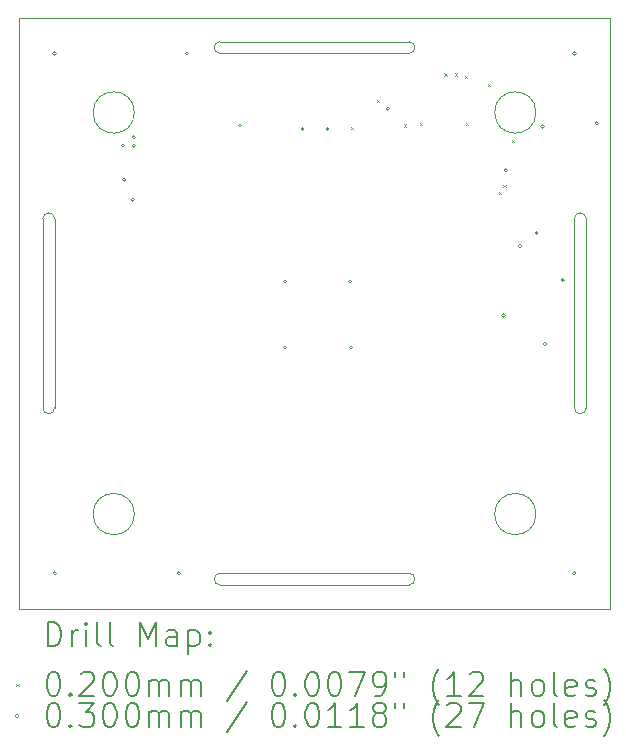
<source format=gbr>
%TF.GenerationSoftware,KiCad,Pcbnew,7.0.2*%
%TF.CreationDate,2023-06-06T15:18:02-04:00*%
%TF.ProjectId,TopExternalFaceRev1,546f7045-7874-4657-926e-616c46616365,rev?*%
%TF.SameCoordinates,Original*%
%TF.FileFunction,Drillmap*%
%TF.FilePolarity,Positive*%
%FSLAX45Y45*%
G04 Gerber Fmt 4.5, Leading zero omitted, Abs format (unit mm)*
G04 Created by KiCad (PCBNEW 7.0.2) date 2023-06-06 15:18:02*
%MOMM*%
%LPD*%
G01*
G04 APERTURE LIST*
%ADD10C,0.100000*%
%ADD11C,0.200000*%
%ADD12C,0.020000*%
%ADD13C,0.030000*%
G04 APERTURE END LIST*
D10*
X14700000Y-11700000D02*
X14700000Y-12500000D01*
X10300000Y-11700000D02*
G75*
G03*
X10200000Y-11700000I-50000J0D01*
G01*
X12500000Y-10300000D02*
X13300000Y-10300000D01*
X13300000Y-14800000D02*
G75*
G03*
X13300000Y-14700000I0J50000D01*
G01*
X12500000Y-14700000D02*
X11700000Y-14700000D01*
X11700000Y-10300000D02*
X12500000Y-10300000D01*
X14375000Y-14200000D02*
G75*
G03*
X14375000Y-14200000I-175000J0D01*
G01*
X12500000Y-14800000D02*
X13300000Y-14800000D01*
X11700000Y-14700000D02*
G75*
G03*
X11700000Y-14800000I0J-50000D01*
G01*
X11700000Y-14800000D02*
X12500000Y-14800000D01*
X10200000Y-12500000D02*
X10200000Y-13300000D01*
X11700000Y-10200000D02*
G75*
G03*
X11700000Y-10300000I0J-50000D01*
G01*
X14700000Y-12500000D02*
X14700000Y-13300000D01*
X14800000Y-11700000D02*
G75*
G03*
X14700000Y-11700000I-50000J0D01*
G01*
X10300000Y-13300000D02*
X10300000Y-12500000D01*
X15000000Y-15000000D02*
X10000000Y-15000000D01*
X10975000Y-14200000D02*
G75*
G03*
X10975000Y-14200000I-175000J0D01*
G01*
X14800000Y-12500000D02*
X14800000Y-11700000D01*
X15000000Y-10000000D02*
X15000000Y-15000000D01*
X10000000Y-15000000D02*
X10000000Y-10000000D01*
X14700000Y-13300000D02*
G75*
G03*
X14800000Y-13300000I50000J0D01*
G01*
X10200000Y-11700000D02*
X10200000Y-12500000D01*
X10200000Y-13300000D02*
G75*
G03*
X10300000Y-13300000I50000J0D01*
G01*
X13300000Y-10300000D02*
G75*
G03*
X13300000Y-10200000I0J50000D01*
G01*
X10975000Y-10800000D02*
G75*
G03*
X10975000Y-10800000I-175000J0D01*
G01*
X10300000Y-12500000D02*
X10300000Y-11700000D01*
X14375000Y-10800000D02*
G75*
G03*
X14375000Y-10800000I-175000J0D01*
G01*
X13300000Y-14700000D02*
X12500000Y-14700000D01*
X10000000Y-10000000D02*
X15000000Y-10000000D01*
X14800000Y-13300000D02*
X14800000Y-12500000D01*
X12500000Y-10200000D02*
X11700000Y-10200000D01*
X13300000Y-10200000D02*
X12500000Y-10200000D01*
D11*
D12*
X12810000Y-10920000D02*
X12830000Y-10940000D01*
X12830000Y-10920000D02*
X12810000Y-10940000D01*
X13025000Y-10695000D02*
X13045000Y-10715000D01*
X13045000Y-10695000D02*
X13025000Y-10715000D01*
X13255000Y-10900000D02*
X13275000Y-10920000D01*
X13275000Y-10900000D02*
X13255000Y-10920000D01*
X13390000Y-10890000D02*
X13410000Y-10910000D01*
X13410000Y-10890000D02*
X13390000Y-10910000D01*
X13600000Y-10470000D02*
X13620000Y-10490000D01*
X13620000Y-10470000D02*
X13600000Y-10490000D01*
X13690000Y-10470000D02*
X13710000Y-10490000D01*
X13710000Y-10470000D02*
X13690000Y-10490000D01*
X13770000Y-10490000D02*
X13790000Y-10510000D01*
X13790000Y-10490000D02*
X13770000Y-10510000D01*
X13780000Y-10890000D02*
X13800000Y-10910000D01*
X13800000Y-10890000D02*
X13780000Y-10910000D01*
X13970000Y-10560000D02*
X13990000Y-10580000D01*
X13990000Y-10560000D02*
X13970000Y-10580000D01*
X14060000Y-11470000D02*
X14080000Y-11490000D01*
X14080000Y-11470000D02*
X14060000Y-11490000D01*
X14100000Y-11410000D02*
X14120000Y-11430000D01*
X14120000Y-11410000D02*
X14100000Y-11430000D01*
X14170000Y-11030000D02*
X14190000Y-11050000D01*
X14190000Y-11030000D02*
X14170000Y-11050000D01*
D13*
X10315000Y-10300000D02*
G75*
G03*
X10315000Y-10300000I-15000J0D01*
G01*
X10315000Y-14700000D02*
G75*
G03*
X10315000Y-14700000I-15000J0D01*
G01*
X10895000Y-11080000D02*
G75*
G03*
X10895000Y-11080000I-15000J0D01*
G01*
X10905000Y-11370000D02*
G75*
G03*
X10905000Y-11370000I-15000J0D01*
G01*
X10975000Y-11540000D02*
G75*
G03*
X10975000Y-11540000I-15000J0D01*
G01*
X10985000Y-11010000D02*
G75*
G03*
X10985000Y-11010000I-15000J0D01*
G01*
X10985000Y-11080000D02*
G75*
G03*
X10985000Y-11080000I-15000J0D01*
G01*
X11365000Y-14700000D02*
G75*
G03*
X11365000Y-14700000I-15000J0D01*
G01*
X11435000Y-10300000D02*
G75*
G03*
X11435000Y-10300000I-15000J0D01*
G01*
X11885000Y-10910000D02*
G75*
G03*
X11885000Y-10910000I-15000J0D01*
G01*
X12265000Y-12230000D02*
G75*
G03*
X12265000Y-12230000I-15000J0D01*
G01*
X12265000Y-12790000D02*
G75*
G03*
X12265000Y-12790000I-15000J0D01*
G01*
X12415000Y-10940000D02*
G75*
G03*
X12415000Y-10940000I-15000J0D01*
G01*
X12625000Y-10940000D02*
G75*
G03*
X12625000Y-10940000I-15000J0D01*
G01*
X12815000Y-12230000D02*
G75*
G03*
X12815000Y-12230000I-15000J0D01*
G01*
X12825000Y-12790000D02*
G75*
G03*
X12825000Y-12790000I-15000J0D01*
G01*
X13135000Y-10770000D02*
G75*
G03*
X13135000Y-10770000I-15000J0D01*
G01*
X14115000Y-12520000D02*
G75*
G03*
X14115000Y-12520000I-15000J0D01*
G01*
X14135000Y-11290000D02*
G75*
G03*
X14135000Y-11290000I-15000J0D01*
G01*
X14255000Y-11930000D02*
G75*
G03*
X14255000Y-11930000I-15000J0D01*
G01*
X14395000Y-11820000D02*
G75*
G03*
X14395000Y-11820000I-15000J0D01*
G01*
X14445000Y-10920000D02*
G75*
G03*
X14445000Y-10920000I-15000J0D01*
G01*
X14465000Y-12760000D02*
G75*
G03*
X14465000Y-12760000I-15000J0D01*
G01*
X14615000Y-12220000D02*
G75*
G03*
X14615000Y-12220000I-15000J0D01*
G01*
X14715000Y-10300000D02*
G75*
G03*
X14715000Y-10300000I-15000J0D01*
G01*
X14715000Y-14700000D02*
G75*
G03*
X14715000Y-14700000I-15000J0D01*
G01*
X14905000Y-10890000D02*
G75*
G03*
X14905000Y-10890000I-15000J0D01*
G01*
D11*
X10242619Y-15317524D02*
X10242619Y-15117524D01*
X10242619Y-15117524D02*
X10290238Y-15117524D01*
X10290238Y-15117524D02*
X10318810Y-15127048D01*
X10318810Y-15127048D02*
X10337857Y-15146095D01*
X10337857Y-15146095D02*
X10347381Y-15165143D01*
X10347381Y-15165143D02*
X10356905Y-15203238D01*
X10356905Y-15203238D02*
X10356905Y-15231809D01*
X10356905Y-15231809D02*
X10347381Y-15269905D01*
X10347381Y-15269905D02*
X10337857Y-15288952D01*
X10337857Y-15288952D02*
X10318810Y-15308000D01*
X10318810Y-15308000D02*
X10290238Y-15317524D01*
X10290238Y-15317524D02*
X10242619Y-15317524D01*
X10442619Y-15317524D02*
X10442619Y-15184190D01*
X10442619Y-15222286D02*
X10452143Y-15203238D01*
X10452143Y-15203238D02*
X10461667Y-15193714D01*
X10461667Y-15193714D02*
X10480714Y-15184190D01*
X10480714Y-15184190D02*
X10499762Y-15184190D01*
X10566429Y-15317524D02*
X10566429Y-15184190D01*
X10566429Y-15117524D02*
X10556905Y-15127048D01*
X10556905Y-15127048D02*
X10566429Y-15136571D01*
X10566429Y-15136571D02*
X10575952Y-15127048D01*
X10575952Y-15127048D02*
X10566429Y-15117524D01*
X10566429Y-15117524D02*
X10566429Y-15136571D01*
X10690238Y-15317524D02*
X10671190Y-15308000D01*
X10671190Y-15308000D02*
X10661667Y-15288952D01*
X10661667Y-15288952D02*
X10661667Y-15117524D01*
X10795000Y-15317524D02*
X10775952Y-15308000D01*
X10775952Y-15308000D02*
X10766429Y-15288952D01*
X10766429Y-15288952D02*
X10766429Y-15117524D01*
X11023571Y-15317524D02*
X11023571Y-15117524D01*
X11023571Y-15117524D02*
X11090238Y-15260381D01*
X11090238Y-15260381D02*
X11156905Y-15117524D01*
X11156905Y-15117524D02*
X11156905Y-15317524D01*
X11337857Y-15317524D02*
X11337857Y-15212762D01*
X11337857Y-15212762D02*
X11328333Y-15193714D01*
X11328333Y-15193714D02*
X11309286Y-15184190D01*
X11309286Y-15184190D02*
X11271190Y-15184190D01*
X11271190Y-15184190D02*
X11252143Y-15193714D01*
X11337857Y-15308000D02*
X11318809Y-15317524D01*
X11318809Y-15317524D02*
X11271190Y-15317524D01*
X11271190Y-15317524D02*
X11252143Y-15308000D01*
X11252143Y-15308000D02*
X11242619Y-15288952D01*
X11242619Y-15288952D02*
X11242619Y-15269905D01*
X11242619Y-15269905D02*
X11252143Y-15250857D01*
X11252143Y-15250857D02*
X11271190Y-15241333D01*
X11271190Y-15241333D02*
X11318809Y-15241333D01*
X11318809Y-15241333D02*
X11337857Y-15231809D01*
X11433095Y-15184190D02*
X11433095Y-15384190D01*
X11433095Y-15193714D02*
X11452143Y-15184190D01*
X11452143Y-15184190D02*
X11490238Y-15184190D01*
X11490238Y-15184190D02*
X11509286Y-15193714D01*
X11509286Y-15193714D02*
X11518809Y-15203238D01*
X11518809Y-15203238D02*
X11528333Y-15222286D01*
X11528333Y-15222286D02*
X11528333Y-15279428D01*
X11528333Y-15279428D02*
X11518809Y-15298476D01*
X11518809Y-15298476D02*
X11509286Y-15308000D01*
X11509286Y-15308000D02*
X11490238Y-15317524D01*
X11490238Y-15317524D02*
X11452143Y-15317524D01*
X11452143Y-15317524D02*
X11433095Y-15308000D01*
X11614048Y-15298476D02*
X11623571Y-15308000D01*
X11623571Y-15308000D02*
X11614048Y-15317524D01*
X11614048Y-15317524D02*
X11604524Y-15308000D01*
X11604524Y-15308000D02*
X11614048Y-15298476D01*
X11614048Y-15298476D02*
X11614048Y-15317524D01*
X11614048Y-15193714D02*
X11623571Y-15203238D01*
X11623571Y-15203238D02*
X11614048Y-15212762D01*
X11614048Y-15212762D02*
X11604524Y-15203238D01*
X11604524Y-15203238D02*
X11614048Y-15193714D01*
X11614048Y-15193714D02*
X11614048Y-15212762D01*
D12*
X9975000Y-15635000D02*
X9995000Y-15655000D01*
X9995000Y-15635000D02*
X9975000Y-15655000D01*
D11*
X10280714Y-15537524D02*
X10299762Y-15537524D01*
X10299762Y-15537524D02*
X10318810Y-15547048D01*
X10318810Y-15547048D02*
X10328333Y-15556571D01*
X10328333Y-15556571D02*
X10337857Y-15575619D01*
X10337857Y-15575619D02*
X10347381Y-15613714D01*
X10347381Y-15613714D02*
X10347381Y-15661333D01*
X10347381Y-15661333D02*
X10337857Y-15699428D01*
X10337857Y-15699428D02*
X10328333Y-15718476D01*
X10328333Y-15718476D02*
X10318810Y-15728000D01*
X10318810Y-15728000D02*
X10299762Y-15737524D01*
X10299762Y-15737524D02*
X10280714Y-15737524D01*
X10280714Y-15737524D02*
X10261667Y-15728000D01*
X10261667Y-15728000D02*
X10252143Y-15718476D01*
X10252143Y-15718476D02*
X10242619Y-15699428D01*
X10242619Y-15699428D02*
X10233095Y-15661333D01*
X10233095Y-15661333D02*
X10233095Y-15613714D01*
X10233095Y-15613714D02*
X10242619Y-15575619D01*
X10242619Y-15575619D02*
X10252143Y-15556571D01*
X10252143Y-15556571D02*
X10261667Y-15547048D01*
X10261667Y-15547048D02*
X10280714Y-15537524D01*
X10433095Y-15718476D02*
X10442619Y-15728000D01*
X10442619Y-15728000D02*
X10433095Y-15737524D01*
X10433095Y-15737524D02*
X10423571Y-15728000D01*
X10423571Y-15728000D02*
X10433095Y-15718476D01*
X10433095Y-15718476D02*
X10433095Y-15737524D01*
X10518810Y-15556571D02*
X10528333Y-15547048D01*
X10528333Y-15547048D02*
X10547381Y-15537524D01*
X10547381Y-15537524D02*
X10595000Y-15537524D01*
X10595000Y-15537524D02*
X10614048Y-15547048D01*
X10614048Y-15547048D02*
X10623571Y-15556571D01*
X10623571Y-15556571D02*
X10633095Y-15575619D01*
X10633095Y-15575619D02*
X10633095Y-15594667D01*
X10633095Y-15594667D02*
X10623571Y-15623238D01*
X10623571Y-15623238D02*
X10509286Y-15737524D01*
X10509286Y-15737524D02*
X10633095Y-15737524D01*
X10756905Y-15537524D02*
X10775952Y-15537524D01*
X10775952Y-15537524D02*
X10795000Y-15547048D01*
X10795000Y-15547048D02*
X10804524Y-15556571D01*
X10804524Y-15556571D02*
X10814048Y-15575619D01*
X10814048Y-15575619D02*
X10823571Y-15613714D01*
X10823571Y-15613714D02*
X10823571Y-15661333D01*
X10823571Y-15661333D02*
X10814048Y-15699428D01*
X10814048Y-15699428D02*
X10804524Y-15718476D01*
X10804524Y-15718476D02*
X10795000Y-15728000D01*
X10795000Y-15728000D02*
X10775952Y-15737524D01*
X10775952Y-15737524D02*
X10756905Y-15737524D01*
X10756905Y-15737524D02*
X10737857Y-15728000D01*
X10737857Y-15728000D02*
X10728333Y-15718476D01*
X10728333Y-15718476D02*
X10718810Y-15699428D01*
X10718810Y-15699428D02*
X10709286Y-15661333D01*
X10709286Y-15661333D02*
X10709286Y-15613714D01*
X10709286Y-15613714D02*
X10718810Y-15575619D01*
X10718810Y-15575619D02*
X10728333Y-15556571D01*
X10728333Y-15556571D02*
X10737857Y-15547048D01*
X10737857Y-15547048D02*
X10756905Y-15537524D01*
X10947381Y-15537524D02*
X10966429Y-15537524D01*
X10966429Y-15537524D02*
X10985476Y-15547048D01*
X10985476Y-15547048D02*
X10995000Y-15556571D01*
X10995000Y-15556571D02*
X11004524Y-15575619D01*
X11004524Y-15575619D02*
X11014048Y-15613714D01*
X11014048Y-15613714D02*
X11014048Y-15661333D01*
X11014048Y-15661333D02*
X11004524Y-15699428D01*
X11004524Y-15699428D02*
X10995000Y-15718476D01*
X10995000Y-15718476D02*
X10985476Y-15728000D01*
X10985476Y-15728000D02*
X10966429Y-15737524D01*
X10966429Y-15737524D02*
X10947381Y-15737524D01*
X10947381Y-15737524D02*
X10928333Y-15728000D01*
X10928333Y-15728000D02*
X10918810Y-15718476D01*
X10918810Y-15718476D02*
X10909286Y-15699428D01*
X10909286Y-15699428D02*
X10899762Y-15661333D01*
X10899762Y-15661333D02*
X10899762Y-15613714D01*
X10899762Y-15613714D02*
X10909286Y-15575619D01*
X10909286Y-15575619D02*
X10918810Y-15556571D01*
X10918810Y-15556571D02*
X10928333Y-15547048D01*
X10928333Y-15547048D02*
X10947381Y-15537524D01*
X11099762Y-15737524D02*
X11099762Y-15604190D01*
X11099762Y-15623238D02*
X11109286Y-15613714D01*
X11109286Y-15613714D02*
X11128333Y-15604190D01*
X11128333Y-15604190D02*
X11156905Y-15604190D01*
X11156905Y-15604190D02*
X11175952Y-15613714D01*
X11175952Y-15613714D02*
X11185476Y-15632762D01*
X11185476Y-15632762D02*
X11185476Y-15737524D01*
X11185476Y-15632762D02*
X11195000Y-15613714D01*
X11195000Y-15613714D02*
X11214048Y-15604190D01*
X11214048Y-15604190D02*
X11242619Y-15604190D01*
X11242619Y-15604190D02*
X11261667Y-15613714D01*
X11261667Y-15613714D02*
X11271190Y-15632762D01*
X11271190Y-15632762D02*
X11271190Y-15737524D01*
X11366429Y-15737524D02*
X11366429Y-15604190D01*
X11366429Y-15623238D02*
X11375952Y-15613714D01*
X11375952Y-15613714D02*
X11395000Y-15604190D01*
X11395000Y-15604190D02*
X11423571Y-15604190D01*
X11423571Y-15604190D02*
X11442619Y-15613714D01*
X11442619Y-15613714D02*
X11452143Y-15632762D01*
X11452143Y-15632762D02*
X11452143Y-15737524D01*
X11452143Y-15632762D02*
X11461667Y-15613714D01*
X11461667Y-15613714D02*
X11480714Y-15604190D01*
X11480714Y-15604190D02*
X11509286Y-15604190D01*
X11509286Y-15604190D02*
X11528333Y-15613714D01*
X11528333Y-15613714D02*
X11537857Y-15632762D01*
X11537857Y-15632762D02*
X11537857Y-15737524D01*
X11928333Y-15528000D02*
X11756905Y-15785143D01*
X12185476Y-15537524D02*
X12204524Y-15537524D01*
X12204524Y-15537524D02*
X12223572Y-15547048D01*
X12223572Y-15547048D02*
X12233095Y-15556571D01*
X12233095Y-15556571D02*
X12242619Y-15575619D01*
X12242619Y-15575619D02*
X12252143Y-15613714D01*
X12252143Y-15613714D02*
X12252143Y-15661333D01*
X12252143Y-15661333D02*
X12242619Y-15699428D01*
X12242619Y-15699428D02*
X12233095Y-15718476D01*
X12233095Y-15718476D02*
X12223572Y-15728000D01*
X12223572Y-15728000D02*
X12204524Y-15737524D01*
X12204524Y-15737524D02*
X12185476Y-15737524D01*
X12185476Y-15737524D02*
X12166429Y-15728000D01*
X12166429Y-15728000D02*
X12156905Y-15718476D01*
X12156905Y-15718476D02*
X12147381Y-15699428D01*
X12147381Y-15699428D02*
X12137857Y-15661333D01*
X12137857Y-15661333D02*
X12137857Y-15613714D01*
X12137857Y-15613714D02*
X12147381Y-15575619D01*
X12147381Y-15575619D02*
X12156905Y-15556571D01*
X12156905Y-15556571D02*
X12166429Y-15547048D01*
X12166429Y-15547048D02*
X12185476Y-15537524D01*
X12337857Y-15718476D02*
X12347381Y-15728000D01*
X12347381Y-15728000D02*
X12337857Y-15737524D01*
X12337857Y-15737524D02*
X12328333Y-15728000D01*
X12328333Y-15728000D02*
X12337857Y-15718476D01*
X12337857Y-15718476D02*
X12337857Y-15737524D01*
X12471191Y-15537524D02*
X12490238Y-15537524D01*
X12490238Y-15537524D02*
X12509286Y-15547048D01*
X12509286Y-15547048D02*
X12518810Y-15556571D01*
X12518810Y-15556571D02*
X12528333Y-15575619D01*
X12528333Y-15575619D02*
X12537857Y-15613714D01*
X12537857Y-15613714D02*
X12537857Y-15661333D01*
X12537857Y-15661333D02*
X12528333Y-15699428D01*
X12528333Y-15699428D02*
X12518810Y-15718476D01*
X12518810Y-15718476D02*
X12509286Y-15728000D01*
X12509286Y-15728000D02*
X12490238Y-15737524D01*
X12490238Y-15737524D02*
X12471191Y-15737524D01*
X12471191Y-15737524D02*
X12452143Y-15728000D01*
X12452143Y-15728000D02*
X12442619Y-15718476D01*
X12442619Y-15718476D02*
X12433095Y-15699428D01*
X12433095Y-15699428D02*
X12423572Y-15661333D01*
X12423572Y-15661333D02*
X12423572Y-15613714D01*
X12423572Y-15613714D02*
X12433095Y-15575619D01*
X12433095Y-15575619D02*
X12442619Y-15556571D01*
X12442619Y-15556571D02*
X12452143Y-15547048D01*
X12452143Y-15547048D02*
X12471191Y-15537524D01*
X12661667Y-15537524D02*
X12680714Y-15537524D01*
X12680714Y-15537524D02*
X12699762Y-15547048D01*
X12699762Y-15547048D02*
X12709286Y-15556571D01*
X12709286Y-15556571D02*
X12718810Y-15575619D01*
X12718810Y-15575619D02*
X12728333Y-15613714D01*
X12728333Y-15613714D02*
X12728333Y-15661333D01*
X12728333Y-15661333D02*
X12718810Y-15699428D01*
X12718810Y-15699428D02*
X12709286Y-15718476D01*
X12709286Y-15718476D02*
X12699762Y-15728000D01*
X12699762Y-15728000D02*
X12680714Y-15737524D01*
X12680714Y-15737524D02*
X12661667Y-15737524D01*
X12661667Y-15737524D02*
X12642619Y-15728000D01*
X12642619Y-15728000D02*
X12633095Y-15718476D01*
X12633095Y-15718476D02*
X12623572Y-15699428D01*
X12623572Y-15699428D02*
X12614048Y-15661333D01*
X12614048Y-15661333D02*
X12614048Y-15613714D01*
X12614048Y-15613714D02*
X12623572Y-15575619D01*
X12623572Y-15575619D02*
X12633095Y-15556571D01*
X12633095Y-15556571D02*
X12642619Y-15547048D01*
X12642619Y-15547048D02*
X12661667Y-15537524D01*
X12795000Y-15537524D02*
X12928333Y-15537524D01*
X12928333Y-15537524D02*
X12842619Y-15737524D01*
X13014048Y-15737524D02*
X13052143Y-15737524D01*
X13052143Y-15737524D02*
X13071191Y-15728000D01*
X13071191Y-15728000D02*
X13080714Y-15718476D01*
X13080714Y-15718476D02*
X13099762Y-15689905D01*
X13099762Y-15689905D02*
X13109286Y-15651809D01*
X13109286Y-15651809D02*
X13109286Y-15575619D01*
X13109286Y-15575619D02*
X13099762Y-15556571D01*
X13099762Y-15556571D02*
X13090238Y-15547048D01*
X13090238Y-15547048D02*
X13071191Y-15537524D01*
X13071191Y-15537524D02*
X13033095Y-15537524D01*
X13033095Y-15537524D02*
X13014048Y-15547048D01*
X13014048Y-15547048D02*
X13004524Y-15556571D01*
X13004524Y-15556571D02*
X12995000Y-15575619D01*
X12995000Y-15575619D02*
X12995000Y-15623238D01*
X12995000Y-15623238D02*
X13004524Y-15642286D01*
X13004524Y-15642286D02*
X13014048Y-15651809D01*
X13014048Y-15651809D02*
X13033095Y-15661333D01*
X13033095Y-15661333D02*
X13071191Y-15661333D01*
X13071191Y-15661333D02*
X13090238Y-15651809D01*
X13090238Y-15651809D02*
X13099762Y-15642286D01*
X13099762Y-15642286D02*
X13109286Y-15623238D01*
X13185476Y-15537524D02*
X13185476Y-15575619D01*
X13261667Y-15537524D02*
X13261667Y-15575619D01*
X13556905Y-15813714D02*
X13547381Y-15804190D01*
X13547381Y-15804190D02*
X13528334Y-15775619D01*
X13528334Y-15775619D02*
X13518810Y-15756571D01*
X13518810Y-15756571D02*
X13509286Y-15728000D01*
X13509286Y-15728000D02*
X13499762Y-15680381D01*
X13499762Y-15680381D02*
X13499762Y-15642286D01*
X13499762Y-15642286D02*
X13509286Y-15594667D01*
X13509286Y-15594667D02*
X13518810Y-15566095D01*
X13518810Y-15566095D02*
X13528334Y-15547048D01*
X13528334Y-15547048D02*
X13547381Y-15518476D01*
X13547381Y-15518476D02*
X13556905Y-15508952D01*
X13737857Y-15737524D02*
X13623572Y-15737524D01*
X13680714Y-15737524D02*
X13680714Y-15537524D01*
X13680714Y-15537524D02*
X13661667Y-15566095D01*
X13661667Y-15566095D02*
X13642619Y-15585143D01*
X13642619Y-15585143D02*
X13623572Y-15594667D01*
X13814048Y-15556571D02*
X13823572Y-15547048D01*
X13823572Y-15547048D02*
X13842619Y-15537524D01*
X13842619Y-15537524D02*
X13890238Y-15537524D01*
X13890238Y-15537524D02*
X13909286Y-15547048D01*
X13909286Y-15547048D02*
X13918810Y-15556571D01*
X13918810Y-15556571D02*
X13928334Y-15575619D01*
X13928334Y-15575619D02*
X13928334Y-15594667D01*
X13928334Y-15594667D02*
X13918810Y-15623238D01*
X13918810Y-15623238D02*
X13804524Y-15737524D01*
X13804524Y-15737524D02*
X13928334Y-15737524D01*
X14166429Y-15737524D02*
X14166429Y-15537524D01*
X14252143Y-15737524D02*
X14252143Y-15632762D01*
X14252143Y-15632762D02*
X14242619Y-15613714D01*
X14242619Y-15613714D02*
X14223572Y-15604190D01*
X14223572Y-15604190D02*
X14195000Y-15604190D01*
X14195000Y-15604190D02*
X14175953Y-15613714D01*
X14175953Y-15613714D02*
X14166429Y-15623238D01*
X14375953Y-15737524D02*
X14356905Y-15728000D01*
X14356905Y-15728000D02*
X14347381Y-15718476D01*
X14347381Y-15718476D02*
X14337857Y-15699428D01*
X14337857Y-15699428D02*
X14337857Y-15642286D01*
X14337857Y-15642286D02*
X14347381Y-15623238D01*
X14347381Y-15623238D02*
X14356905Y-15613714D01*
X14356905Y-15613714D02*
X14375953Y-15604190D01*
X14375953Y-15604190D02*
X14404524Y-15604190D01*
X14404524Y-15604190D02*
X14423572Y-15613714D01*
X14423572Y-15613714D02*
X14433096Y-15623238D01*
X14433096Y-15623238D02*
X14442619Y-15642286D01*
X14442619Y-15642286D02*
X14442619Y-15699428D01*
X14442619Y-15699428D02*
X14433096Y-15718476D01*
X14433096Y-15718476D02*
X14423572Y-15728000D01*
X14423572Y-15728000D02*
X14404524Y-15737524D01*
X14404524Y-15737524D02*
X14375953Y-15737524D01*
X14556905Y-15737524D02*
X14537857Y-15728000D01*
X14537857Y-15728000D02*
X14528334Y-15708952D01*
X14528334Y-15708952D02*
X14528334Y-15537524D01*
X14709286Y-15728000D02*
X14690238Y-15737524D01*
X14690238Y-15737524D02*
X14652143Y-15737524D01*
X14652143Y-15737524D02*
X14633096Y-15728000D01*
X14633096Y-15728000D02*
X14623572Y-15708952D01*
X14623572Y-15708952D02*
X14623572Y-15632762D01*
X14623572Y-15632762D02*
X14633096Y-15613714D01*
X14633096Y-15613714D02*
X14652143Y-15604190D01*
X14652143Y-15604190D02*
X14690238Y-15604190D01*
X14690238Y-15604190D02*
X14709286Y-15613714D01*
X14709286Y-15613714D02*
X14718810Y-15632762D01*
X14718810Y-15632762D02*
X14718810Y-15651809D01*
X14718810Y-15651809D02*
X14623572Y-15670857D01*
X14795000Y-15728000D02*
X14814048Y-15737524D01*
X14814048Y-15737524D02*
X14852143Y-15737524D01*
X14852143Y-15737524D02*
X14871191Y-15728000D01*
X14871191Y-15728000D02*
X14880715Y-15708952D01*
X14880715Y-15708952D02*
X14880715Y-15699428D01*
X14880715Y-15699428D02*
X14871191Y-15680381D01*
X14871191Y-15680381D02*
X14852143Y-15670857D01*
X14852143Y-15670857D02*
X14823572Y-15670857D01*
X14823572Y-15670857D02*
X14804524Y-15661333D01*
X14804524Y-15661333D02*
X14795000Y-15642286D01*
X14795000Y-15642286D02*
X14795000Y-15632762D01*
X14795000Y-15632762D02*
X14804524Y-15613714D01*
X14804524Y-15613714D02*
X14823572Y-15604190D01*
X14823572Y-15604190D02*
X14852143Y-15604190D01*
X14852143Y-15604190D02*
X14871191Y-15613714D01*
X14947381Y-15813714D02*
X14956905Y-15804190D01*
X14956905Y-15804190D02*
X14975953Y-15775619D01*
X14975953Y-15775619D02*
X14985477Y-15756571D01*
X14985477Y-15756571D02*
X14995000Y-15728000D01*
X14995000Y-15728000D02*
X15004524Y-15680381D01*
X15004524Y-15680381D02*
X15004524Y-15642286D01*
X15004524Y-15642286D02*
X14995000Y-15594667D01*
X14995000Y-15594667D02*
X14985477Y-15566095D01*
X14985477Y-15566095D02*
X14975953Y-15547048D01*
X14975953Y-15547048D02*
X14956905Y-15518476D01*
X14956905Y-15518476D02*
X14947381Y-15508952D01*
D13*
X9995000Y-15909000D02*
G75*
G03*
X9995000Y-15909000I-15000J0D01*
G01*
D11*
X10280714Y-15801524D02*
X10299762Y-15801524D01*
X10299762Y-15801524D02*
X10318810Y-15811048D01*
X10318810Y-15811048D02*
X10328333Y-15820571D01*
X10328333Y-15820571D02*
X10337857Y-15839619D01*
X10337857Y-15839619D02*
X10347381Y-15877714D01*
X10347381Y-15877714D02*
X10347381Y-15925333D01*
X10347381Y-15925333D02*
X10337857Y-15963428D01*
X10337857Y-15963428D02*
X10328333Y-15982476D01*
X10328333Y-15982476D02*
X10318810Y-15992000D01*
X10318810Y-15992000D02*
X10299762Y-16001524D01*
X10299762Y-16001524D02*
X10280714Y-16001524D01*
X10280714Y-16001524D02*
X10261667Y-15992000D01*
X10261667Y-15992000D02*
X10252143Y-15982476D01*
X10252143Y-15982476D02*
X10242619Y-15963428D01*
X10242619Y-15963428D02*
X10233095Y-15925333D01*
X10233095Y-15925333D02*
X10233095Y-15877714D01*
X10233095Y-15877714D02*
X10242619Y-15839619D01*
X10242619Y-15839619D02*
X10252143Y-15820571D01*
X10252143Y-15820571D02*
X10261667Y-15811048D01*
X10261667Y-15811048D02*
X10280714Y-15801524D01*
X10433095Y-15982476D02*
X10442619Y-15992000D01*
X10442619Y-15992000D02*
X10433095Y-16001524D01*
X10433095Y-16001524D02*
X10423571Y-15992000D01*
X10423571Y-15992000D02*
X10433095Y-15982476D01*
X10433095Y-15982476D02*
X10433095Y-16001524D01*
X10509286Y-15801524D02*
X10633095Y-15801524D01*
X10633095Y-15801524D02*
X10566429Y-15877714D01*
X10566429Y-15877714D02*
X10595000Y-15877714D01*
X10595000Y-15877714D02*
X10614048Y-15887238D01*
X10614048Y-15887238D02*
X10623571Y-15896762D01*
X10623571Y-15896762D02*
X10633095Y-15915809D01*
X10633095Y-15915809D02*
X10633095Y-15963428D01*
X10633095Y-15963428D02*
X10623571Y-15982476D01*
X10623571Y-15982476D02*
X10614048Y-15992000D01*
X10614048Y-15992000D02*
X10595000Y-16001524D01*
X10595000Y-16001524D02*
X10537857Y-16001524D01*
X10537857Y-16001524D02*
X10518810Y-15992000D01*
X10518810Y-15992000D02*
X10509286Y-15982476D01*
X10756905Y-15801524D02*
X10775952Y-15801524D01*
X10775952Y-15801524D02*
X10795000Y-15811048D01*
X10795000Y-15811048D02*
X10804524Y-15820571D01*
X10804524Y-15820571D02*
X10814048Y-15839619D01*
X10814048Y-15839619D02*
X10823571Y-15877714D01*
X10823571Y-15877714D02*
X10823571Y-15925333D01*
X10823571Y-15925333D02*
X10814048Y-15963428D01*
X10814048Y-15963428D02*
X10804524Y-15982476D01*
X10804524Y-15982476D02*
X10795000Y-15992000D01*
X10795000Y-15992000D02*
X10775952Y-16001524D01*
X10775952Y-16001524D02*
X10756905Y-16001524D01*
X10756905Y-16001524D02*
X10737857Y-15992000D01*
X10737857Y-15992000D02*
X10728333Y-15982476D01*
X10728333Y-15982476D02*
X10718810Y-15963428D01*
X10718810Y-15963428D02*
X10709286Y-15925333D01*
X10709286Y-15925333D02*
X10709286Y-15877714D01*
X10709286Y-15877714D02*
X10718810Y-15839619D01*
X10718810Y-15839619D02*
X10728333Y-15820571D01*
X10728333Y-15820571D02*
X10737857Y-15811048D01*
X10737857Y-15811048D02*
X10756905Y-15801524D01*
X10947381Y-15801524D02*
X10966429Y-15801524D01*
X10966429Y-15801524D02*
X10985476Y-15811048D01*
X10985476Y-15811048D02*
X10995000Y-15820571D01*
X10995000Y-15820571D02*
X11004524Y-15839619D01*
X11004524Y-15839619D02*
X11014048Y-15877714D01*
X11014048Y-15877714D02*
X11014048Y-15925333D01*
X11014048Y-15925333D02*
X11004524Y-15963428D01*
X11004524Y-15963428D02*
X10995000Y-15982476D01*
X10995000Y-15982476D02*
X10985476Y-15992000D01*
X10985476Y-15992000D02*
X10966429Y-16001524D01*
X10966429Y-16001524D02*
X10947381Y-16001524D01*
X10947381Y-16001524D02*
X10928333Y-15992000D01*
X10928333Y-15992000D02*
X10918810Y-15982476D01*
X10918810Y-15982476D02*
X10909286Y-15963428D01*
X10909286Y-15963428D02*
X10899762Y-15925333D01*
X10899762Y-15925333D02*
X10899762Y-15877714D01*
X10899762Y-15877714D02*
X10909286Y-15839619D01*
X10909286Y-15839619D02*
X10918810Y-15820571D01*
X10918810Y-15820571D02*
X10928333Y-15811048D01*
X10928333Y-15811048D02*
X10947381Y-15801524D01*
X11099762Y-16001524D02*
X11099762Y-15868190D01*
X11099762Y-15887238D02*
X11109286Y-15877714D01*
X11109286Y-15877714D02*
X11128333Y-15868190D01*
X11128333Y-15868190D02*
X11156905Y-15868190D01*
X11156905Y-15868190D02*
X11175952Y-15877714D01*
X11175952Y-15877714D02*
X11185476Y-15896762D01*
X11185476Y-15896762D02*
X11185476Y-16001524D01*
X11185476Y-15896762D02*
X11195000Y-15877714D01*
X11195000Y-15877714D02*
X11214048Y-15868190D01*
X11214048Y-15868190D02*
X11242619Y-15868190D01*
X11242619Y-15868190D02*
X11261667Y-15877714D01*
X11261667Y-15877714D02*
X11271190Y-15896762D01*
X11271190Y-15896762D02*
X11271190Y-16001524D01*
X11366429Y-16001524D02*
X11366429Y-15868190D01*
X11366429Y-15887238D02*
X11375952Y-15877714D01*
X11375952Y-15877714D02*
X11395000Y-15868190D01*
X11395000Y-15868190D02*
X11423571Y-15868190D01*
X11423571Y-15868190D02*
X11442619Y-15877714D01*
X11442619Y-15877714D02*
X11452143Y-15896762D01*
X11452143Y-15896762D02*
X11452143Y-16001524D01*
X11452143Y-15896762D02*
X11461667Y-15877714D01*
X11461667Y-15877714D02*
X11480714Y-15868190D01*
X11480714Y-15868190D02*
X11509286Y-15868190D01*
X11509286Y-15868190D02*
X11528333Y-15877714D01*
X11528333Y-15877714D02*
X11537857Y-15896762D01*
X11537857Y-15896762D02*
X11537857Y-16001524D01*
X11928333Y-15792000D02*
X11756905Y-16049143D01*
X12185476Y-15801524D02*
X12204524Y-15801524D01*
X12204524Y-15801524D02*
X12223572Y-15811048D01*
X12223572Y-15811048D02*
X12233095Y-15820571D01*
X12233095Y-15820571D02*
X12242619Y-15839619D01*
X12242619Y-15839619D02*
X12252143Y-15877714D01*
X12252143Y-15877714D02*
X12252143Y-15925333D01*
X12252143Y-15925333D02*
X12242619Y-15963428D01*
X12242619Y-15963428D02*
X12233095Y-15982476D01*
X12233095Y-15982476D02*
X12223572Y-15992000D01*
X12223572Y-15992000D02*
X12204524Y-16001524D01*
X12204524Y-16001524D02*
X12185476Y-16001524D01*
X12185476Y-16001524D02*
X12166429Y-15992000D01*
X12166429Y-15992000D02*
X12156905Y-15982476D01*
X12156905Y-15982476D02*
X12147381Y-15963428D01*
X12147381Y-15963428D02*
X12137857Y-15925333D01*
X12137857Y-15925333D02*
X12137857Y-15877714D01*
X12137857Y-15877714D02*
X12147381Y-15839619D01*
X12147381Y-15839619D02*
X12156905Y-15820571D01*
X12156905Y-15820571D02*
X12166429Y-15811048D01*
X12166429Y-15811048D02*
X12185476Y-15801524D01*
X12337857Y-15982476D02*
X12347381Y-15992000D01*
X12347381Y-15992000D02*
X12337857Y-16001524D01*
X12337857Y-16001524D02*
X12328333Y-15992000D01*
X12328333Y-15992000D02*
X12337857Y-15982476D01*
X12337857Y-15982476D02*
X12337857Y-16001524D01*
X12471191Y-15801524D02*
X12490238Y-15801524D01*
X12490238Y-15801524D02*
X12509286Y-15811048D01*
X12509286Y-15811048D02*
X12518810Y-15820571D01*
X12518810Y-15820571D02*
X12528333Y-15839619D01*
X12528333Y-15839619D02*
X12537857Y-15877714D01*
X12537857Y-15877714D02*
X12537857Y-15925333D01*
X12537857Y-15925333D02*
X12528333Y-15963428D01*
X12528333Y-15963428D02*
X12518810Y-15982476D01*
X12518810Y-15982476D02*
X12509286Y-15992000D01*
X12509286Y-15992000D02*
X12490238Y-16001524D01*
X12490238Y-16001524D02*
X12471191Y-16001524D01*
X12471191Y-16001524D02*
X12452143Y-15992000D01*
X12452143Y-15992000D02*
X12442619Y-15982476D01*
X12442619Y-15982476D02*
X12433095Y-15963428D01*
X12433095Y-15963428D02*
X12423572Y-15925333D01*
X12423572Y-15925333D02*
X12423572Y-15877714D01*
X12423572Y-15877714D02*
X12433095Y-15839619D01*
X12433095Y-15839619D02*
X12442619Y-15820571D01*
X12442619Y-15820571D02*
X12452143Y-15811048D01*
X12452143Y-15811048D02*
X12471191Y-15801524D01*
X12728333Y-16001524D02*
X12614048Y-16001524D01*
X12671191Y-16001524D02*
X12671191Y-15801524D01*
X12671191Y-15801524D02*
X12652143Y-15830095D01*
X12652143Y-15830095D02*
X12633095Y-15849143D01*
X12633095Y-15849143D02*
X12614048Y-15858667D01*
X12918810Y-16001524D02*
X12804524Y-16001524D01*
X12861667Y-16001524D02*
X12861667Y-15801524D01*
X12861667Y-15801524D02*
X12842619Y-15830095D01*
X12842619Y-15830095D02*
X12823572Y-15849143D01*
X12823572Y-15849143D02*
X12804524Y-15858667D01*
X13033095Y-15887238D02*
X13014048Y-15877714D01*
X13014048Y-15877714D02*
X13004524Y-15868190D01*
X13004524Y-15868190D02*
X12995000Y-15849143D01*
X12995000Y-15849143D02*
X12995000Y-15839619D01*
X12995000Y-15839619D02*
X13004524Y-15820571D01*
X13004524Y-15820571D02*
X13014048Y-15811048D01*
X13014048Y-15811048D02*
X13033095Y-15801524D01*
X13033095Y-15801524D02*
X13071191Y-15801524D01*
X13071191Y-15801524D02*
X13090238Y-15811048D01*
X13090238Y-15811048D02*
X13099762Y-15820571D01*
X13099762Y-15820571D02*
X13109286Y-15839619D01*
X13109286Y-15839619D02*
X13109286Y-15849143D01*
X13109286Y-15849143D02*
X13099762Y-15868190D01*
X13099762Y-15868190D02*
X13090238Y-15877714D01*
X13090238Y-15877714D02*
X13071191Y-15887238D01*
X13071191Y-15887238D02*
X13033095Y-15887238D01*
X13033095Y-15887238D02*
X13014048Y-15896762D01*
X13014048Y-15896762D02*
X13004524Y-15906286D01*
X13004524Y-15906286D02*
X12995000Y-15925333D01*
X12995000Y-15925333D02*
X12995000Y-15963428D01*
X12995000Y-15963428D02*
X13004524Y-15982476D01*
X13004524Y-15982476D02*
X13014048Y-15992000D01*
X13014048Y-15992000D02*
X13033095Y-16001524D01*
X13033095Y-16001524D02*
X13071191Y-16001524D01*
X13071191Y-16001524D02*
X13090238Y-15992000D01*
X13090238Y-15992000D02*
X13099762Y-15982476D01*
X13099762Y-15982476D02*
X13109286Y-15963428D01*
X13109286Y-15963428D02*
X13109286Y-15925333D01*
X13109286Y-15925333D02*
X13099762Y-15906286D01*
X13099762Y-15906286D02*
X13090238Y-15896762D01*
X13090238Y-15896762D02*
X13071191Y-15887238D01*
X13185476Y-15801524D02*
X13185476Y-15839619D01*
X13261667Y-15801524D02*
X13261667Y-15839619D01*
X13556905Y-16077714D02*
X13547381Y-16068190D01*
X13547381Y-16068190D02*
X13528334Y-16039619D01*
X13528334Y-16039619D02*
X13518810Y-16020571D01*
X13518810Y-16020571D02*
X13509286Y-15992000D01*
X13509286Y-15992000D02*
X13499762Y-15944381D01*
X13499762Y-15944381D02*
X13499762Y-15906286D01*
X13499762Y-15906286D02*
X13509286Y-15858667D01*
X13509286Y-15858667D02*
X13518810Y-15830095D01*
X13518810Y-15830095D02*
X13528334Y-15811048D01*
X13528334Y-15811048D02*
X13547381Y-15782476D01*
X13547381Y-15782476D02*
X13556905Y-15772952D01*
X13623572Y-15820571D02*
X13633095Y-15811048D01*
X13633095Y-15811048D02*
X13652143Y-15801524D01*
X13652143Y-15801524D02*
X13699762Y-15801524D01*
X13699762Y-15801524D02*
X13718810Y-15811048D01*
X13718810Y-15811048D02*
X13728334Y-15820571D01*
X13728334Y-15820571D02*
X13737857Y-15839619D01*
X13737857Y-15839619D02*
X13737857Y-15858667D01*
X13737857Y-15858667D02*
X13728334Y-15887238D01*
X13728334Y-15887238D02*
X13614048Y-16001524D01*
X13614048Y-16001524D02*
X13737857Y-16001524D01*
X13804524Y-15801524D02*
X13937857Y-15801524D01*
X13937857Y-15801524D02*
X13852143Y-16001524D01*
X14166429Y-16001524D02*
X14166429Y-15801524D01*
X14252143Y-16001524D02*
X14252143Y-15896762D01*
X14252143Y-15896762D02*
X14242619Y-15877714D01*
X14242619Y-15877714D02*
X14223572Y-15868190D01*
X14223572Y-15868190D02*
X14195000Y-15868190D01*
X14195000Y-15868190D02*
X14175953Y-15877714D01*
X14175953Y-15877714D02*
X14166429Y-15887238D01*
X14375953Y-16001524D02*
X14356905Y-15992000D01*
X14356905Y-15992000D02*
X14347381Y-15982476D01*
X14347381Y-15982476D02*
X14337857Y-15963428D01*
X14337857Y-15963428D02*
X14337857Y-15906286D01*
X14337857Y-15906286D02*
X14347381Y-15887238D01*
X14347381Y-15887238D02*
X14356905Y-15877714D01*
X14356905Y-15877714D02*
X14375953Y-15868190D01*
X14375953Y-15868190D02*
X14404524Y-15868190D01*
X14404524Y-15868190D02*
X14423572Y-15877714D01*
X14423572Y-15877714D02*
X14433096Y-15887238D01*
X14433096Y-15887238D02*
X14442619Y-15906286D01*
X14442619Y-15906286D02*
X14442619Y-15963428D01*
X14442619Y-15963428D02*
X14433096Y-15982476D01*
X14433096Y-15982476D02*
X14423572Y-15992000D01*
X14423572Y-15992000D02*
X14404524Y-16001524D01*
X14404524Y-16001524D02*
X14375953Y-16001524D01*
X14556905Y-16001524D02*
X14537857Y-15992000D01*
X14537857Y-15992000D02*
X14528334Y-15972952D01*
X14528334Y-15972952D02*
X14528334Y-15801524D01*
X14709286Y-15992000D02*
X14690238Y-16001524D01*
X14690238Y-16001524D02*
X14652143Y-16001524D01*
X14652143Y-16001524D02*
X14633096Y-15992000D01*
X14633096Y-15992000D02*
X14623572Y-15972952D01*
X14623572Y-15972952D02*
X14623572Y-15896762D01*
X14623572Y-15896762D02*
X14633096Y-15877714D01*
X14633096Y-15877714D02*
X14652143Y-15868190D01*
X14652143Y-15868190D02*
X14690238Y-15868190D01*
X14690238Y-15868190D02*
X14709286Y-15877714D01*
X14709286Y-15877714D02*
X14718810Y-15896762D01*
X14718810Y-15896762D02*
X14718810Y-15915809D01*
X14718810Y-15915809D02*
X14623572Y-15934857D01*
X14795000Y-15992000D02*
X14814048Y-16001524D01*
X14814048Y-16001524D02*
X14852143Y-16001524D01*
X14852143Y-16001524D02*
X14871191Y-15992000D01*
X14871191Y-15992000D02*
X14880715Y-15972952D01*
X14880715Y-15972952D02*
X14880715Y-15963428D01*
X14880715Y-15963428D02*
X14871191Y-15944381D01*
X14871191Y-15944381D02*
X14852143Y-15934857D01*
X14852143Y-15934857D02*
X14823572Y-15934857D01*
X14823572Y-15934857D02*
X14804524Y-15925333D01*
X14804524Y-15925333D02*
X14795000Y-15906286D01*
X14795000Y-15906286D02*
X14795000Y-15896762D01*
X14795000Y-15896762D02*
X14804524Y-15877714D01*
X14804524Y-15877714D02*
X14823572Y-15868190D01*
X14823572Y-15868190D02*
X14852143Y-15868190D01*
X14852143Y-15868190D02*
X14871191Y-15877714D01*
X14947381Y-16077714D02*
X14956905Y-16068190D01*
X14956905Y-16068190D02*
X14975953Y-16039619D01*
X14975953Y-16039619D02*
X14985477Y-16020571D01*
X14985477Y-16020571D02*
X14995000Y-15992000D01*
X14995000Y-15992000D02*
X15004524Y-15944381D01*
X15004524Y-15944381D02*
X15004524Y-15906286D01*
X15004524Y-15906286D02*
X14995000Y-15858667D01*
X14995000Y-15858667D02*
X14985477Y-15830095D01*
X14985477Y-15830095D02*
X14975953Y-15811048D01*
X14975953Y-15811048D02*
X14956905Y-15782476D01*
X14956905Y-15782476D02*
X14947381Y-15772952D01*
M02*

</source>
